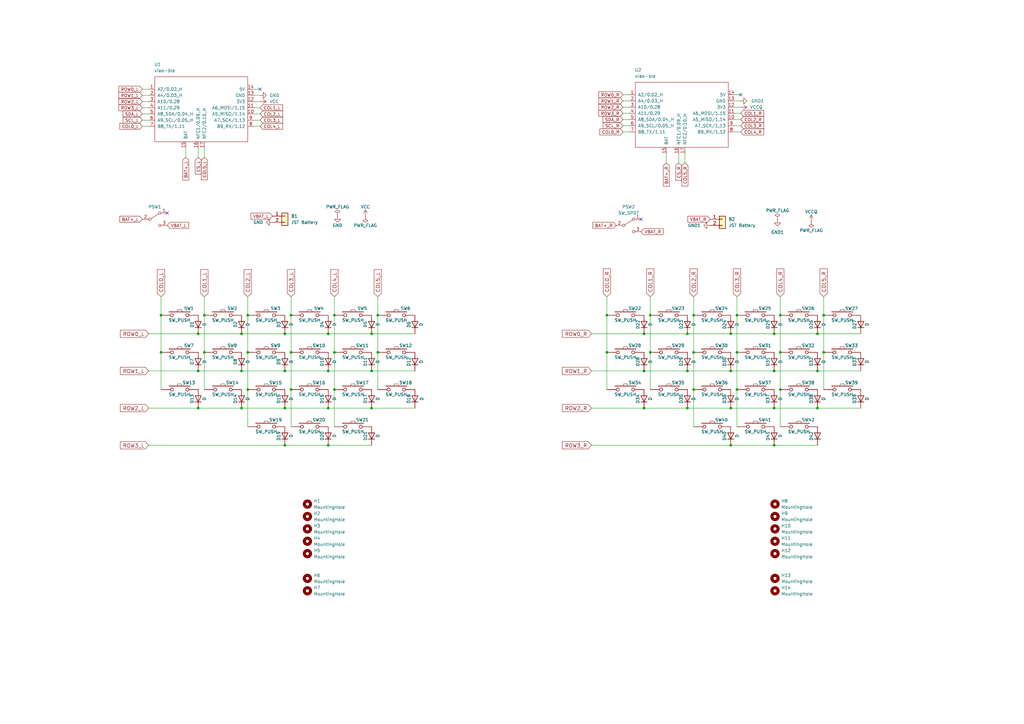
<source format=kicad_sch>
(kicad_sch (version 20231120) (generator "eeschema") (generator_version "8.0")
  (paper "A3")
  (title_block (title "Corne Xiao") (date "2024-09-09") (rev "1.1") (company "Author : Friction"))
  (lib_symbols
    (symbol "Connector_Generic:Conn_01x02" (pin_names (offset 1.016) hide)
      (property "Reference" "J" (at 0 2.54 0))
      (property "Value" "Conn_01x02" (at 0 -5.08 0))
      (symbol "Conn_01x02_1_1"
        (rectangle (start -1.27 -2.413) (end 0 -2.667) (stroke (width 0.1524)))
        (rectangle (start -1.27 0.127) (end 0 -0.127) (stroke (width 0.1524)))
        (rectangle (start -1.27 1.27) (end 1.27 -3.81) (stroke (width 0.254)) (fill (type background)))
        (pin passive line (at -5.08 0 0) (length 3.81) (name "Pin_1") (number "1"))
        (pin passive line (at -5.08 -2.54 0) (length 3.81) (name "Pin_2") (number "2"))
      )
    )
    (symbol "Device:D" (pin_numbers hide) (pin_names (offset 1.016) hide)
      (property "Reference" "D" (at 0 2.54 0))
      (property "Value" "D" (at 0 -2.54 0))
      (symbol "D_0_1"
        (polyline (pts (xy -1.27 1.27) (xy -1.27 -1.27)) (stroke (width 0.254)))
        (polyline (pts (xy 1.27 0) (xy -1.27 0)))
        (polyline (pts (xy 1.27 1.27) (xy 1.27 -1.27) (xy -1.27 0) (xy 1.27 1.27)) (stroke (width 0.254)))
      )
      (symbol "D_1_1"
        (pin passive line (at -3.81 0 0) (length 2.54) (name "K") (number "1"))
        (pin passive line (at 3.81 0 180) (length 2.54) (name "A") (number "2"))
      )
    )
    (symbol "Mechanical:MountingHole" (pin_names (offset 1.016))
      (property "Reference" "H" (at 0 5.08 0))
      (property "Value" "MountingHole" (at 0 3.175 0))
      (symbol "MountingHole_0_1"
        (circle (center 0 0) (radius 1.27) (stroke (width 1.27)))
      )
    )
    (symbol "Switch:SW_SPDT" (pin_names (offset 0) hide)
      (property "Reference" "SW" (at 0 4.318 0))
      (property "Value" "SW_SPDT" (at 0 -5.08 0))
      (symbol "SW_SPDT_0_0"
        (circle (center -2.032 0) (radius 0.508))
        (circle (center 2.032 -2.54) (radius 0.508))
      )
      (symbol "SW_SPDT_0_1"
        (polyline (pts (xy -1.524 0.254) (xy 1.651 2.286)))
        (circle (center 2.032 2.54) (radius 0.508))
      )
      (symbol "SW_SPDT_1_1"
        (pin passive line (at 5.08 2.54 180) (length 2.54) (name "A") (number "1"))
        (pin passive line (at -5.08 0 0) (length 2.54) (name "B") (number "2"))
        (pin passive line (at 5.08 -2.54 180) (length 2.54) (name "C") (number "3"))
      )
    )
    (symbol "VCC_1" (power) (pin_names (offset 0))
      (property "Value" "VCC_1" (at 0 3.81 0))
      (symbol "VCC_1_0_1"
        (polyline (pts (xy -0.762 1.27) (xy 0 2.54)))
        (polyline (pts (xy 0 0) (xy 0 2.54)))
        (polyline (pts (xy 0 2.54) (xy 0.762 1.27)))
      )
      (symbol "VCC_1_1_1"
        (pin power_in line (at 0 0 90) (length 0) hide (name "VCC") (number "1"))
      )
    )
    (symbol "kbd:SW_PUSH" (pin_numbers hide) (pin_names (offset 1.016) hide)
      (property "Reference" "SW" (at 3.81 2.794 0))
      (property "Value" "SW_PUSH" (at 0 -2.032 0))
      (symbol "SW_PUSH_0_1"
        (rectangle (start -4.318 1.27) (end 4.318 1.524))
        (polyline (pts (xy -1.016 1.524) (xy -0.762 2.286) (xy 0.762 2.286) (xy 1.016 1.524)))
        (pin passive inverted (at -7.62 0 0) (length 5.08) (name "1") (number "1"))
        (pin passive inverted (at 7.62 0 180) (length 5.08) (name "2") (number "2"))
      )
    )
    (symbol "mcu:xiao-ble" (pin_names (offset 1.016))
      (property "Reference" "U2" (at -19.304 17.78 0))
      (property "Value" "xiao-ble" (at -19.304 15.24 0))
      (symbol "xiao-ble_0_1"
        (rectangle (start -19.05 12.7) (end 19.05 -13.97))
      )
      (symbol "xiao-ble_1_1"
        (pin bidirectional line (at -21.59 7.62 0) (length 2.54) (name "A2/0.02_H") (number "1"))
        (pin bidirectional line (at 21.59 -2.54 180) (length 2.54) (name "A5_MISO/1.14") (number "10"))
        (pin bidirectional line (at 21.59 0 180) (length 2.54) (name "A6_MOSI/1.15") (number "11"))
        (pin power_out line (at 21.59 2.54 180) (length 2.54) (name "3V3") (number "12"))
        (pin power_out line (at 21.59 5.08 180) (length 2.54) (name "GND") (number "13"))
        (pin power_out line (at 21.59 7.62 180) (length 2.54) (name "5V") (number "14"))
        (pin bidirectional line (at -6.35 -16.51 90) (length 2.54) (name "BAT") (number "15"))
        (pin bidirectional line (at -1.27 -16.51 90) (length 2.54) (name "NFC1/0.09_H") (number "16"))
        (pin bidirectional line (at 1.27 -16.51 90) (length 2.54) (name "NFC2/0.10_H") (number "17"))
        (pin bidirectional line (at -21.59 5.08 0) (length 2.54) (name "A4/0.03_H") (number "2"))
        (pin bidirectional line (at -21.59 2.54 0) (length 2.54) (name "A10/0.28") (number "3"))
        (pin bidirectional line (at -21.59 0 0) (length 2.54) (name "A11/0.29") (number "4"))
        (pin bidirectional line (at -21.59 -2.54 0) (length 2.54) (name "A8_SDA/0.04_H") (number "5"))
        (pin bidirectional line (at -21.59 -5.08 0) (length 2.54) (name "A9_SCL/0.05_H") (number "6"))
        (pin bidirectional line (at -21.59 -7.62 0) (length 2.54) (name "B8_TX/1.11") (number "7"))
        (pin bidirectional line (at 21.59 -7.62 180) (length 2.54) (name "B9_RX/1.12") (number "8"))
        (pin bidirectional line (at 21.59 -5.08 180) (length 2.54) (name "A7_SCK/1.13") (number "9"))
      )
    )
    (symbol "power:GND" (power) (pin_names (offset 0))
      (property "Value" "GND" (at 0 -3.81 0))
      (symbol "GND_0_1"
        (polyline (pts (xy 0 0) (xy 0 -1.27) (xy 1.27 -1.27) (xy 0 -2.54) (xy -1.27 -1.27) (xy 0 -1.27)))
      )
      (symbol "GND_1_1"
        (pin power_in line (at 0 0 270) (length 0) hide (name "GND") (number "1"))
      )
    )
    (symbol "power:GND1" (power) (pin_names (offset 0))
      (property "Value" "GND1" (at 0 -3.81 0))
      (symbol "GND1_0_1"
        (polyline (pts (xy 0 0) (xy 0 -1.27) (xy 1.27 -1.27) (xy 0 -2.54) (xy -1.27 -1.27) (xy 0 -1.27)))
      )
      (symbol "GND1_1_1"
        (pin power_in line (at 0 0 270) (length 0) hide (name "GND1") (number "1"))
      )
    )
    (symbol "power:PWR_FLAG" (power) (pin_numbers hide) (pin_names (offset 0) hide)
      (property "Value" "PWR_FLAG" (at 0 3.81 0))
      (symbol "PWR_FLAG_0_0"
        (pin power_out line (at 0 0 90) (length 0) (name "pwr") (number "1"))
      )
      (symbol "PWR_FLAG_0_1"
        (polyline (pts (xy 0 0) (xy 0 1.27) (xy -1.016 1.905) (xy 0 2.54) (xy 1.016 1.905) (xy 0 1.27)))
      )
    )
    (symbol "power:VCC" (power) (pin_names (offset 0))
      (property "Value" "VCC" (at 0 3.81 0))
      (symbol "VCC_0_1"
        (polyline (pts (xy -0.762 1.27) (xy 0 2.54)))
        (polyline (pts (xy 0 0) (xy 0 2.54)))
        (polyline (pts (xy 0 2.54) (xy 0.762 1.27)))
      )
      (symbol "VCC_1_1"
        (pin power_in line (at 0 0 90) (length 0) hide (name "VCC") (number "1"))
      )
    )
    (symbol "power:VCCQ" (power) (pin_names (offset 0))
      (property "Value" "VCCQ" (at 0 3.81 0))
      (symbol "VCCQ_0_1"
        (polyline (pts (xy -0.762 1.27) (xy 0 2.54)))
        (polyline (pts (xy 0 0) (xy 0 2.54)))
        (polyline (pts (xy 0 2.54) (xy 0.762 1.27)))
      )
      (symbol "VCCQ_1_1"
        (pin power_in line (at 0 0 90) (length 0) hide (name "VCCQ") (number "1"))
      )
    )
    (symbol "xiao-ble_1" (pin_names (offset 1.016))
      (property "Reference" "U1" (at -19.304 17.78 0))
      (property "Value" "xiao-ble" (at -19.304 15.24 0))
      (symbol "xiao-ble_1_0_1"
        (rectangle (start -19.05 12.7) (end 19.05 -13.97))
      )
      (symbol "xiao-ble_1_1_1"
        (pin bidirectional line (at -21.59 7.62 0) (length 2.54) (name "A2/0.02_H") (number "1"))
        (pin bidirectional line (at 21.59 -2.54 180) (length 2.54) (name "A5_MISO/1.14") (number "10"))
        (pin bidirectional line (at 21.59 0 180) (length 2.54) (name "A6_MOSI/1.15") (number "11"))
        (pin power_out line (at 21.59 2.54 180) (length 2.54) (name "3V3") (number "12"))
        (pin power_out line (at 21.59 5.08 180) (length 2.54) (name "GND") (number "13"))
        (pin power_out line (at 21.59 7.62 180) (length 2.54) (name "5V") (number "14"))
        (pin bidirectional line (at -6.35 -16.51 90) (length 2.54) (name "BAT") (number "15"))
        (pin bidirectional line (at -1.27 -16.51 90) (length 2.54) (name "NFC1/0.09_H") (number "16"))
        (pin bidirectional line (at 1.27 -16.51 90) (length 2.54) (name "NFC2/0.10_H") (number "17"))
        (pin bidirectional line (at -21.59 5.08 0) (length 2.54) (name "A4/0.03_H") (number "2"))
        (pin bidirectional line (at -21.59 2.54 0) (length 2.54) (name "A10/0.28") (number "3"))
        (pin bidirectional line (at -21.59 0 0) (length 2.54) (name "A11/0.29") (number "4"))
        (pin bidirectional line (at -21.59 -2.54 0) (length 2.54) (name "A8_SDA/0.04_H") (number "5"))
        (pin bidirectional line (at -21.59 -5.08 0) (length 2.54) (name "A9_SCL/0.05_H") (number "6"))
        (pin bidirectional line (at -21.59 -7.62 0) (length 2.54) (name "B8_TX/1.11") (number "7"))
        (pin bidirectional line (at 21.59 -7.62 180) (length 2.54) (name "B9_RX/1.12") (number "8"))
        (pin bidirectional line (at 21.59 -5.08 180) (length 2.54) (name "A7_SCK/1.13") (number "9"))
      )
    )
  )
  (junction (at 116.84 136.906))
  (junction (at 101.6 144.526))
  (junction (at 317.5 152.146))
  (junction (at 134.62 167.386))
  (junction (at 284.48 159.766))
  (junction (at 299.72 167.386))
  (junction (at 264.16 167.386))
  (junction (at 137.16 159.766))
  (junction (at 264.16 136.906))
  (junction (at 335.28 152.146))
  (junction (at 152.4 152.146))
  (junction (at 152.4 136.906))
  (junction (at 284.48 144.526))
  (junction (at 248.92 129.286))
  (junction (at 266.7 144.526))
  (junction (at 116.84 167.386))
  (junction (at 152.4 167.386))
  (junction (at 335.28 136.906))
  (junction (at 83.82 144.526))
  (junction (at 302.26 129.286))
  (junction (at 281.94 167.386))
  (junction (at 134.62 136.906))
  (junction (at 248.92 144.526))
  (junction (at 154.94 129.286))
  (junction (at 81.28 167.386))
  (junction (at 317.5 167.386))
  (junction (at 302.26 159.766))
  (junction (at 266.7 129.286))
  (junction (at 116.84 182.626))
  (junction (at 299.72 182.626))
  (junction (at 134.62 152.146))
  (junction (at 320.04 159.766))
  (junction (at 119.38 144.526))
  (junction (at 119.38 129.286))
  (junction (at 81.28 152.146))
  (junction (at 317.5 182.626))
  (junction (at 81.28 136.906))
  (junction (at 281.94 136.906))
  (junction (at 119.38 159.766))
  (junction (at 137.16 129.286))
  (junction (at 281.94 152.146))
  (junction (at 320.04 144.526))
  (junction (at 154.94 144.526))
  (junction (at 83.82 129.286))
  (junction (at 101.6 129.286))
  (junction (at 66.04 144.526))
  (junction (at 134.62 182.626))
  (junction (at 99.06 152.146))
  (junction (at 299.72 152.146))
  (junction (at 299.72 136.906))
  (junction (at 337.82 129.286))
  (junction (at 335.28 167.386))
  (junction (at 320.04 129.286))
  (junction (at 66.04 129.286))
  (junction (at 264.16 152.146))
  (junction (at 116.84 152.146))
  (junction (at 302.26 144.526))
  (junction (at 284.48 129.286))
  (junction (at 137.16 144.526))
  (junction (at 99.06 167.386))
  (junction (at 99.06 136.906))
  (junction (at 101.6 159.766))
  (junction (at 317.5 136.906))
  (junction (at 337.82 144.526))
  (no_connect (at 106.68 36.576))
  (no_connect (at 68.58 87.376))
  (no_connect (at 303.784 38.862))
  (no_connect (at 262.89 89.916))
  (wire (pts (xy 266.7 144.526) (xy 266.7 159.766)))
  (wire (pts (xy 66.04 121.666) (xy 66.04 129.286)))
  (wire (pts (xy 248.92 121.666) (xy 248.92 129.286)))
  (wire (pts (xy 81.28 136.906) (xy 99.06 136.906)))
  (wire (pts (xy 152.4 152.146) (xy 170.18 152.146)))
  (wire (pts (xy 301.244 43.942) (xy 303.784 43.942)))
  (wire (pts (xy 66.04 129.286) (xy 66.04 144.526)))
  (wire (pts (xy 264.16 167.386) (xy 281.94 167.386)))
  (wire (pts (xy 119.38 159.766) (xy 119.38 175.006)))
  (wire (pts (xy 137.16 129.286) (xy 137.16 144.526)))
  (wire (pts (xy 264.16 152.146) (xy 281.94 152.146)))
  (wire (pts (xy 301.244 51.562) (xy 303.784 51.562)))
  (wire (pts (xy 335.28 152.146) (xy 353.06 152.146)))
  (wire (pts (xy 134.62 182.626) (xy 152.4 182.626)))
  (wire (pts (xy 99.06 167.386) (xy 116.84 167.386)))
  (wire (pts (xy 81.28 167.386) (xy 99.06 167.386)))
  (wire (pts (xy 317.5 182.626) (xy 335.28 182.626)))
  (wire (pts (xy 320.04 159.766) (xy 320.04 175.006)))
  (wire (pts (xy 83.82 60.706) (xy 83.82 64.516)))
  (wire (pts (xy 101.6 159.766) (xy 101.6 175.006)))
  (wire (pts (xy 280.924 62.992) (xy 280.924 66.802)))
  (wire (pts (xy 284.48 121.666) (xy 284.48 129.286)))
  (wire (pts (xy 335.28 136.906) (xy 353.06 136.906)))
  (wire (pts (xy 101.6 129.286) (xy 101.6 144.526)))
  (wire (pts (xy 60.96 136.906) (xy 81.28 136.906)))
  (wire (pts (xy 152.4 167.386) (xy 170.18 167.386)))
  (wire (pts (xy 99.06 152.146) (xy 116.84 152.146)))
  (wire (pts (xy 154.94 144.526) (xy 154.94 159.766)))
  (wire (pts (xy 255.524 51.562) (xy 258.064 51.562)))
  (wire (pts (xy 301.244 54.102) (xy 303.784 54.102)))
  (wire (pts (xy 76.2 60.706) (xy 76.2 64.516)))
  (wire (pts (xy 81.28 60.706) (xy 81.28 64.516)))
  (wire (pts (xy 242.57 152.146) (xy 264.16 152.146)))
  (wire (pts (xy 255.524 54.102) (xy 258.064 54.102)))
  (wire (pts (xy 58.42 49.276) (xy 60.96 49.276)))
  (wire (pts (xy 299.72 136.906) (xy 317.5 136.906)))
  (wire (pts (xy 66.04 144.526) (xy 66.04 159.766)))
  (wire (pts (xy 317.5 167.386) (xy 335.28 167.386)))
  (wire (pts (xy 242.57 136.906) (xy 264.16 136.906)))
  (wire (pts (xy 119.38 121.666) (xy 119.38 129.286)))
  (wire (pts (xy 255.524 49.022) (xy 258.064 49.022)))
  (wire (pts (xy 320.04 129.286) (xy 320.04 144.526)))
  (wire (pts (xy 60.96 182.626) (xy 116.84 182.626)))
  (wire (pts (xy 83.82 144.526) (xy 83.82 159.766)))
  (wire (pts (xy 99.06 136.906) (xy 116.84 136.906)))
  (wire (pts (xy 134.62 136.906) (xy 152.4 136.906)))
  (wire (pts (xy 302.26 121.666) (xy 302.26 129.286)))
  (wire (pts (xy 248.92 129.286) (xy 248.92 144.526)))
  (wire (pts (xy 284.48 144.526) (xy 284.48 159.766)))
  (wire (pts (xy 264.16 136.906) (xy 281.94 136.906)))
  (wire (pts (xy 266.7 121.666) (xy 266.7 129.286)))
  (wire (pts (xy 284.48 159.766) (xy 284.48 175.006)))
  (wire (pts (xy 104.14 49.276) (xy 106.68 49.276)))
  (wire (pts (xy 104.14 41.656) (xy 106.68 41.656)))
  (wire (pts (xy 116.84 182.626) (xy 134.62 182.626)))
  (wire (pts (xy 58.42 36.576) (xy 60.96 36.576)))
  (wire (pts (xy 58.42 44.196) (xy 60.96 44.196)))
  (wire (pts (xy 104.14 39.116) (xy 106.68 39.116)))
  (wire (pts (xy 281.94 167.386) (xy 299.72 167.386)))
  (wire (pts (xy 152.4 136.906) (xy 170.18 136.906)))
  (wire (pts (xy 58.42 51.816) (xy 60.96 51.816)))
  (wire (pts (xy 255.524 43.942) (xy 258.064 43.942)))
  (wire (pts (xy 119.38 129.286) (xy 119.38 144.526)))
  (wire (pts (xy 317.5 152.146) (xy 335.28 152.146)))
  (wire (pts (xy 104.14 36.576) (xy 106.68 36.576)))
  (wire (pts (xy 81.28 152.146) (xy 99.06 152.146)))
  (wire (pts (xy 255.524 41.402) (xy 258.064 41.402)))
  (wire (pts (xy 58.42 41.656) (xy 60.96 41.656)))
  (wire (pts (xy 266.7 129.286) (xy 266.7 144.526)))
  (wire (pts (xy 58.42 39.116) (xy 60.96 39.116)))
  (wire (pts (xy 104.14 46.736) (xy 106.68 46.736)))
  (wire (pts (xy 104.14 51.816) (xy 106.68 51.816)))
  (wire (pts (xy 302.26 159.766) (xy 302.26 175.006)))
  (wire (pts (xy 83.82 129.286) (xy 83.82 144.526)))
  (wire (pts (xy 317.5 136.906) (xy 335.28 136.906)))
  (wire (pts (xy 255.524 38.862) (xy 258.064 38.862)))
  (wire (pts (xy 83.82 121.666) (xy 83.82 129.286)))
  (wire (pts (xy 337.82 121.666) (xy 337.82 129.286)))
  (wire (pts (xy 299.72 182.626) (xy 317.5 182.626)))
  (wire (pts (xy 299.72 152.146) (xy 317.5 152.146)))
  (wire (pts (xy 101.6 144.526) (xy 101.6 159.766)))
  (wire (pts (xy 255.524 46.482) (xy 258.064 46.482)))
  (wire (pts (xy 116.84 136.906) (xy 134.62 136.906)))
  (wire (pts (xy 302.26 144.526) (xy 302.26 159.766)))
  (wire (pts (xy 337.82 144.526) (xy 337.82 159.766)))
  (wire (pts (xy 302.26 129.286) (xy 302.26 144.526)))
  (wire (pts (xy 301.244 46.482) (xy 303.784 46.482)))
  (wire (pts (xy 119.38 144.526) (xy 119.38 159.766)))
  (wire (pts (xy 301.244 41.402) (xy 303.784 41.402)))
  (wire (pts (xy 281.94 152.146) (xy 299.72 152.146)))
  (wire (pts (xy 299.72 167.386) (xy 317.5 167.386)))
  (wire (pts (xy 137.16 121.666) (xy 137.16 129.286)))
  (wire (pts (xy 60.96 167.386) (xy 81.28 167.386)))
  (wire (pts (xy 337.82 129.286) (xy 337.82 144.526)))
  (wire (pts (xy 242.57 167.386) (xy 264.16 167.386)))
  (wire (pts (xy 134.62 167.386) (xy 152.4 167.386)))
  (wire (pts (xy 58.42 46.736) (xy 60.96 46.736)))
  (wire (pts (xy 320.04 144.526) (xy 320.04 159.766)))
  (wire (pts (xy 116.84 167.386) (xy 134.62 167.386)))
  (wire (pts (xy 335.28 167.386) (xy 353.06 167.386)))
  (wire (pts (xy 60.96 152.146) (xy 81.28 152.146)))
  (wire (pts (xy 320.04 121.666) (xy 320.04 129.286)))
  (wire (pts (xy 101.6 121.666) (xy 101.6 129.286)))
  (wire (pts (xy 104.14 44.196) (xy 106.68 44.196)))
  (wire (pts (xy 242.57 182.626) (xy 299.72 182.626)))
  (wire (pts (xy 154.94 129.286) (xy 154.94 144.526)))
  (wire (pts (xy 273.304 62.992) (xy 273.304 66.802)))
  (wire (pts (xy 278.384 62.992) (xy 278.384 66.802)))
  (wire (pts (xy 303.784 38.862) (xy 301.244 38.862)))
  (wire (pts (xy 137.16 144.526) (xy 137.16 159.766)))
  (wire (pts (xy 284.48 129.286) (xy 284.48 144.526)))
  (wire (pts (xy 301.244 49.022) (xy 303.784 49.022)))
  (wire (pts (xy 116.84 152.146) (xy 134.62 152.146)))
  (wire (pts (xy 248.92 144.526) (xy 248.92 159.766)))
  (wire (pts (xy 134.62 152.146) (xy 152.4 152.146)))
  (wire (pts (xy 137.16 159.766) (xy 137.16 175.006)))
  (wire (pts (xy 281.94 136.906) (xy 299.72 136.906)))
  (wire (pts (xy 154.94 121.666) (xy 154.94 129.286)))
  (global_label "ROW3_R" (shape input) (at 242.57 182.626 180) (effects (font (size 1.524 1.524))) (property "Intersheetrefs" "${INTERSHEET_REFS}" (effects (hide yes))))
  (global_label "SDA_L" (shape input) (at 58.42 46.736 180) (property "Intersheetrefs" "${INTERSHEET_REFS}" (effects (hide yes))))
  (global_label "SCL_R" (shape input) (at 255.524 51.562 180) (property "Intersheetrefs" "${INTERSHEET_REFS}" (effects (hide yes))))
  (global_label "COL0_L" (shape input) (at 66.04 121.666 90) (effects (font (size 1.524 1.524))) (property "Intersheetrefs" "${INTERSHEET_REFS}" (effects (hide yes))))
  (global_label "VBAT_L" (shape input) (at 111.76 88.646 180) (property "Intersheetrefs" "${INTERSHEET_REFS}" (effects (hide yes))))
  (global_label "COL1_L" (shape input) (at 83.82 121.666 90) (effects (font (size 1.524 1.524))) (property "Intersheetrefs" "${INTERSHEET_REFS}" (effects (hide yes))))
  (global_label "ROW3_R" (shape input) (at 255.524 46.482 180) (property "Intersheetrefs" "${INTERSHEET_REFS}" (effects (hide yes))))
  (global_label "ROW0_L" (shape input) (at 60.96 136.906 180) (effects (font (size 1.524 1.524))) (property "Intersheetrefs" "${INTERSHEET_REFS}" (effects (hide yes))))
  (global_label "ROW1_R" (shape input) (at 242.57 152.146 180) (effects (font (size 1.524 1.524))) (property "Intersheetrefs" "${INTERSHEET_REFS}" (effects (hide yes))))
  (global_label "BAT+_L" (shape input) (at 58.42 89.916 180) (property "Intersheetrefs" "${INTERSHEET_REFS}" (effects (hide yes))))
  (global_label "ROW2_L" (shape input) (at 60.96 167.386 180) (effects (font (size 1.524 1.524))) (property "Intersheetrefs" "${INTERSHEET_REFS}" (effects (hide yes))))
  (global_label "ROW1_R" (shape input) (at 255.524 41.402 180) (property "Intersheetrefs" "${INTERSHEET_REFS}" (effects (hide yes))))
  (global_label "ROW1_L" (shape input) (at 58.42 39.116 180) (property "Intersheetrefs" "${INTERSHEET_REFS}" (effects (hide yes))))
  (global_label "COL4_R" (shape input) (at 303.784 54.102 0) (property "Intersheetrefs" "${INTERSHEET_REFS}" (effects (hide yes))))
  (global_label "VBAT_R" (shape input) (at 262.89 94.996 0) (property "Intersheetrefs" "${INTERSHEET_REFS}" (effects (hide yes))))
  (global_label "ROW1_L" (shape input) (at 60.96 152.146 180) (effects (font (size 1.524 1.524))) (property "Intersheetrefs" "${INTERSHEET_REFS}" (effects (hide yes))))
  (global_label "ROW2_L" (shape input) (at 58.42 41.656 180) (property "Intersheetrefs" "${INTERSHEET_REFS}" (effects (hide yes))))
  (global_label "COL2_L" (shape input) (at 101.6 121.666 90) (effects (font (size 1.524 1.524))) (property "Intersheetrefs" "${INTERSHEET_REFS}" (effects (hide yes))))
  (global_label "COL4_L" (shape input) (at 106.68 51.816 0) (property "Intersheetrefs" "${INTERSHEET_REFS}" (effects (hide yes))))
  (global_label "ROW0_R" (shape input) (at 255.524 38.862 180) (property "Intersheetrefs" "${INTERSHEET_REFS}" (effects (hide yes))))
  (global_label "COL0_R" (shape input) (at 248.92 121.666 90) (effects (font (size 1.524 1.524))) (property "Intersheetrefs" "${INTERSHEET_REFS}" (effects (hide yes))))
  (global_label "ROW0_R" (shape input) (at 242.57 136.906 180) (effects (font (size 1.524 1.524))) (property "Intersheetrefs" "${INTERSHEET_REFS}" (effects (hide yes))))
  (global_label "COL3_L" (shape input) (at 106.68 49.276 0) (property "Intersheetrefs" "${INTERSHEET_REFS}" (effects (hide yes))))
  (global_label "COL5_L" (shape input) (at 83.82 64.516 270) (property "Intersheetrefs" "${INTERSHEET_REFS}" (effects (hide yes))))
  (global_label "BAT+_R" (shape input) (at 273.304 66.802 270) (property "Intersheetrefs" "${INTERSHEET_REFS}" (effects (hide yes))))
  (global_label "COL2_L" (shape input) (at 106.68 46.736 0) (property "Intersheetrefs" "${INTERSHEET_REFS}" (effects (hide yes))))
  (global_label "COL2_R" (shape input) (at 303.784 49.022 0) (property "Intersheetrefs" "${INTERSHEET_REFS}" (effects (hide yes))))
  (global_label "COL5_R" (shape input) (at 337.82 121.666 90) (effects (font (size 1.524 1.524))) (property "Intersheetrefs" "${INTERSHEET_REFS}" (effects (hide yes))))
  (global_label "COL5_L" (shape input) (at 154.94 121.666 90) (effects (font (size 1.524 1.524))) (property "Intersheetrefs" "${INTERSHEET_REFS}" (effects (hide yes))))
  (global_label "ROW3_L" (shape input) (at 58.42 44.196 180) (property "Intersheetrefs" "${INTERSHEET_REFS}" (effects (hide yes))))
  (global_label "BAT+_L" (shape input) (at 76.2 64.516 270) (property "Intersheetrefs" "${INTERSHEET_REFS}" (effects (hide yes))))
  (global_label "VBAT_R" (shape input) (at 291.1911 89.916 180) (property "Intersheetrefs" "${INTERSHEET_REFS}" (effects (hide yes))))
  (global_label "ROW3_L" (shape input) (at 60.96 182.626 180) (effects (font (size 1.524 1.524))) (property "Intersheetrefs" "${INTERSHEET_REFS}" (effects (hide yes))))
  (global_label "COL4_L" (shape input) (at 137.16 121.666 90) (effects (font (size 1.524 1.524))) (property "Intersheetrefs" "${INTERSHEET_REFS}" (effects (hide yes))))
  (global_label "COL4_R" (shape input) (at 320.04 121.666 90) (effects (font (size 1.524 1.524))) (property "Intersheetrefs" "${INTERSHEET_REFS}" (effects (hide yes))))
  (global_label "ROW0_L" (shape input) (at 58.42 36.576 180) (property "Intersheetrefs" "${INTERSHEET_REFS}" (effects (hide yes))))
  (global_label "COL1_R" (shape input) (at 266.7 121.666 90) (effects (font (size 1.524 1.524))) (property "Intersheetrefs" "${INTERSHEET_REFS}" (effects (hide yes))))
  (global_label "CS_L" (shape input) (at 81.28 64.516 270) (property "Intersheetrefs" "${INTERSHEET_REFS}" (effects (hide yes))))
  (global_label "CS_R" (shape input) (at 278.384 66.802 270) (property "Intersheetrefs" "${INTERSHEET_REFS}" (effects (hide yes))))
  (global_label "COL3_R" (shape input) (at 303.784 51.562 0) (property "Intersheetrefs" "${INTERSHEET_REFS}" (effects (hide yes))))
  (global_label "ROW2_R" (shape input) (at 242.57 167.386 180) (effects (font (size 1.524 1.524))) (property "Intersheetrefs" "${INTERSHEET_REFS}" (effects (hide yes))))
  (global_label "SCL_L" (shape input) (at 58.42 49.276 180) (property "Intersheetrefs" "${INTERSHEET_REFS}" (effects (hide yes))))
  (global_label "SDA_R" (shape input) (at 255.524 49.022 180) (property "Intersheetrefs" "${INTERSHEET_REFS}" (effects (hide yes))))
  (global_label "COL1_L" (shape input) (at 106.68 44.196 0) (property "Intersheetrefs" "${INTERSHEET_REFS}" (effects (hide yes))))
  (global_label "COL2_R" (shape input) (at 284.48 121.666 90) (effects (font (size 1.524 1.524))) (property "Intersheetrefs" "${INTERSHEET_REFS}" (effects (hide yes))))
  (global_label "COL3_R" (shape input) (at 302.26 121.666 90) (effects (font (size 1.524 1.524))) (property "Intersheetrefs" "${INTERSHEET_REFS}" (effects (hide yes))))
  (global_label "VBAT_L" (shape input) (at 68.58 92.456 0) (property "Intersheetrefs" "${INTERSHEET_REFS}" (effects (hide yes))))
  (global_label "COL1_R" (shape input) (at 303.784 46.482 0) (property "Intersheetrefs" "${INTERSHEET_REFS}" (effects (hide yes))))
  (global_label "ROW2_R" (shape input) (at 255.524 43.942 180) (property "Intersheetrefs" "${INTERSHEET_REFS}" (effects (hide yes))))
  (global_label "COL0_L" (shape input) (at 58.42 51.816 180) (property "Intersheetrefs" "${INTERSHEET_REFS}" (effects (hide yes))))
  (global_label "BAT+_R" (shape input) (at 252.73 92.456 180) (property "Intersheetrefs" "${INTERSHEET_REFS}" (effects (hide yes))))
  (global_label "COL0_R" (shape input) (at 255.524 54.102 180) (property "Intersheetrefs" "${INTERSHEET_REFS}" (effects (hide yes))))
  (global_label "COL5_R" (shape input) (at 280.924 66.802 270) (property "Intersheetrefs" "${INTERSHEET_REFS}" (effects (hide yes))))
  (global_label "COL3_L" (shape input) (at 119.38 121.666 90) (effects (font (size 1.524 1.524))) (property "Intersheetrefs" "${INTERSHEET_REFS}" (effects (hide yes))))
  (symbol (lib_id "kbd:SW_PUSH") (at 91.44 129.286 0) (unit 1)
    (property "Reference" "SW2" (at 95.25 126.492 0))
    (property "Value" "SW_PUSH" (at 91.44 131.318 0))
    (property "Footprint" "keeb_switches:CPG1316S01D02_mikeholscher" (effects (hide yes)))
  )
  (symbol (lib_id "Device:D") (at 99.06 133.096 90) (unit 1)
    (property "Reference" "D2" (at 96.52 133.096 0))
    (property "Value" "D" (at 101.6 133.096 0))
    (property "Footprint" "kbd:D3_SMD_v2" (effects (hide yes)))
  )
  (symbol (lib_id "kbd:SW_PUSH") (at 109.22 129.286 0) (unit 1)
    (property "Reference" "SW3" (at 113.03 126.492 0))
    (property "Value" "SW_PUSH" (at 109.22 131.318 0))
    (property "Footprint" "keeb_switches:CPG1316S01D02_mikeholscher" (effects (hide yes)))
  )
  (symbol (lib_id "Device:D") (at 116.84 133.096 90) (unit 1)
    (property "Reference" "D3" (at 114.3 133.096 0))
    (property "Value" "D" (at 119.38 133.096 0))
    (property "Footprint" "kbd:D3_SMD_v2" (effects (hide yes)))
  )
  (symbol (lib_id "kbd:SW_PUSH") (at 127 129.286 0) (unit 1)
    (property "Reference" "SW4" (at 130.81 126.492 0))
    (property "Value" "SW_PUSH" (at 127 131.318 0))
    (property "Footprint" "keeb_switches:CPG1316S01D02_mikeholscher" (effects (hide yes)))
  )
  (symbol (lib_id "kbd:SW_PUSH") (at 144.78 129.286 0) (unit 1)
    (property "Reference" "SW5" (at 148.59 126.492 0))
    (property "Value" "SW_PUSH" (at 144.78 131.318 0))
    (property "Footprint" "keeb_switches:CPG1316S01D02_mikeholscher" (effects (hide yes)))
  )
  (symbol (lib_id "kbd:SW_PUSH") (at 162.56 129.286 0) (unit 1)
    (property "Reference" "SW6" (at 166.37 126.492 0))
    (property "Value" "SW_PUSH" (at 162.56 131.318 0))
    (property "Footprint" "keeb_switches:CPG1316S01D02_mikeholscher" (effects (hide yes)))
  )
  (symbol (lib_id "Device:D") (at 134.62 133.096 90) (unit 1)
    (property "Reference" "D4" (at 132.08 133.096 0))
    (property "Value" "D" (at 137.16 133.096 0))
    (property "Footprint" "kbd:D3_SMD_v2" (effects (hide yes)))
  )
  (symbol (lib_id "Device:D") (at 152.4 133.096 90) (unit 1)
    (property "Reference" "D5" (at 149.86 133.096 0))
    (property "Value" "D" (at 154.94 133.096 0))
    (property "Footprint" "kbd:D3_SMD_v2" (effects (hide yes)))
  )
  (symbol (lib_id "Device:D") (at 170.18 133.096 90) (unit 1)
    (property "Reference" "D6" (at 167.64 133.096 0))
    (property "Value" "D" (at 172.72 133.096 0))
    (property "Footprint" "kbd:D3_SMD_v2" (effects (hide yes)))
  )
  (symbol (lib_id "kbd:SW_PUSH") (at 73.66 129.286 0) (unit 1)
    (property "Reference" "SW1" (at 77.47 126.492 0))
    (property "Value" "SW_PUSH" (at 73.66 131.318 0))
    (property "Footprint" "keeb_switches:CPG1316S01D02_mikeholscher" (effects (hide yes)))
  )
  (symbol (lib_id "Device:D") (at 81.28 133.096 90) (unit 1)
    (property "Reference" "D1" (at 78.74 133.096 0))
    (property "Value" "D" (at 83.82 133.096 0))
    (property "Footprint" "kbd:D3_SMD_v2" (effects (hide yes)))
  )
  (symbol (lib_id "kbd:SW_PUSH") (at 91.44 144.526 0) (unit 1)
    (property "Reference" "SW8" (at 95.25 141.732 0))
    (property "Value" "SW_PUSH" (at 91.44 146.558 0))
    (property "Footprint" "keeb_switches:CPG1316S01D02_mikeholscher" (effects (hide yes)))
  )
  (symbol (lib_id "Device:D") (at 99.06 148.336 90) (unit 1)
    (property "Reference" "D8" (at 96.52 148.336 0))
    (property "Value" "D" (at 101.6 148.336 0))
    (property "Footprint" "kbd:D3_SMD_v2" (effects (hide yes)))
  )
  (symbol (lib_id "kbd:SW_PUSH") (at 109.22 144.526 0) (unit 1)
    (property "Reference" "SW9" (at 113.03 141.732 0))
    (property "Value" "SW_PUSH" (at 109.22 146.558 0))
    (property "Footprint" "keeb_switches:CPG1316S01D02_mikeholscher" (effects (hide yes)))
  )
  (symbol (lib_id "Device:D") (at 116.84 148.336 90) (unit 1)
    (property "Reference" "D9" (at 114.3 148.336 0))
    (property "Value" "D" (at 119.38 148.336 0))
    (property "Footprint" "kbd:D3_SMD_v2" (effects (hide yes)))
  )
  (symbol (lib_id "kbd:SW_PUSH") (at 127 144.526 0) (unit 1)
    (property "Reference" "SW10" (at 130.81 141.732 0))
    (property "Value" "SW_PUSH" (at 127 146.558 0))
    (property "Footprint" "keeb_switches:CPG1316S01D02_mikeholscher" (effects (hide yes)))
  )
  (symbol (lib_id "kbd:SW_PUSH") (at 144.78 144.526 0) (unit 1)
    (property "Reference" "SW11" (at 148.59 141.732 0))
    (property "Value" "SW_PUSH" (at 144.78 146.558 0))
    (property "Footprint" "keeb_switches:CPG1316S01D02_mikeholscher" (effects (hide yes)))
  )
  (symbol (lib_id "kbd:SW_PUSH") (at 162.56 144.526 0) (unit 1)
    (property "Reference" "SW12" (at 166.37 141.732 0))
    (property "Value" "SW_PUSH" (at 162.56 146.558 0))
    (property "Footprint" "keeb_switches:CPG1316S01D02_mikeholscher" (effects (hide yes)))
  )
  (symbol (lib_id "Device:D") (at 134.62 148.336 90) (unit 1)
    (property "Reference" "D10" (at 132.08 148.336 0))
    (property "Value" "D" (at 137.16 148.336 0))
    (property "Footprint" "kbd:D3_SMD_v2" (effects (hide yes)))
  )
  (symbol (lib_id "Device:D") (at 152.4 148.336 90) (unit 1)
    (property "Reference" "D11" (at 149.86 148.336 0))
    (property "Value" "D" (at 154.94 148.336 0))
    (property "Footprint" "kbd:D3_SMD_v2" (effects (hide yes)))
  )
  (symbol (lib_id "Device:D") (at 170.18 148.336 90) (unit 1)
    (property "Reference" "D12" (at 167.64 148.336 0))
    (property "Value" "D" (at 172.72 148.336 0))
    (property "Footprint" "kbd:D3_SMD_v2" (effects (hide yes)))
  )
  (symbol (lib_id "kbd:SW_PUSH") (at 73.66 144.526 0) (unit 1)
    (property "Reference" "SW7" (at 77.47 141.732 0))
    (property "Value" "SW_PUSH" (at 73.66 146.558 0))
    (property "Footprint" "keeb_switches:CPG1316S01D02_mikeholscher" (effects (hide yes)))
  )
  (symbol (lib_id "Device:D") (at 81.28 148.336 90) (unit 1)
    (property "Reference" "D7" (at 78.74 148.336 0))
    (property "Value" "D" (at 83.82 148.336 0))
    (property "Footprint" "kbd:D3_SMD_v2" (effects (hide yes)))
  )
  (symbol (lib_id "kbd:SW_PUSH") (at 91.44 159.766 0) (unit 1)
    (property "Reference" "SW14" (at 95.25 156.972 0))
    (property "Value" "SW_PUSH" (at 91.44 161.798 0))
    (property "Footprint" "keeb_switches:CPG1316S01D02_mikeholscher" (effects (hide yes)))
  )
  (symbol (lib_id "Device:D") (at 99.06 163.576 90) (unit 1)
    (property "Reference" "D14" (at 96.52 163.576 0))
    (property "Value" "D" (at 101.6 163.576 0))
    (property "Footprint" "kbd:D3_SMD_v2" (effects (hide yes)))
  )
  (symbol (lib_id "kbd:SW_PUSH") (at 109.22 159.766 0) (unit 1)
    (property "Reference" "SW15" (at 113.03 156.972 0))
    (property "Value" "SW_PUSH" (at 109.22 161.798 0))
    (property "Footprint" "keeb_switches:CPG1316S01D02_mikeholscher" (effects (hide yes)))
  )
  (symbol (lib_id "Device:D") (at 116.84 163.576 90) (unit 1)
    (property "Reference" "D15" (at 114.3 163.576 0))
    (property "Value" "D" (at 119.38 163.576 0))
    (property "Footprint" "kbd:D3_SMD_v2" (effects (hide yes)))
  )
  (symbol (lib_id "kbd:SW_PUSH") (at 127 159.766 0) (unit 1)
    (property "Reference" "SW16" (at 130.81 156.972 0))
    (property "Value" "SW_PUSH" (at 127 161.798 0))
    (property "Footprint" "keeb_switches:CPG1316S01D02_mikeholscher" (effects (hide yes)))
  )
  (symbol (lib_id "kbd:SW_PUSH") (at 144.78 159.766 0) (unit 1)
    (property "Reference" "SW17" (at 148.59 156.972 0))
    (property "Value" "SW_PUSH" (at 144.78 161.798 0))
    (property "Footprint" "keeb_switches:CPG1316S01D02_mikeholscher" (effects (hide yes)))
  )
  (symbol (lib_id "kbd:SW_PUSH") (at 162.56 159.766 0) (unit 1)
    (property "Reference" "SW18" (at 166.37 156.972 0))
    (property "Value" "SW_PUSH" (at 162.56 161.798 0))
    (property "Footprint" "keeb_switches:CPG1316S01D02_mikeholscher" (effects (hide yes)))
  )
  (symbol (lib_id "Device:D") (at 134.62 163.576 90) (unit 1)
    (property "Reference" "D16" (at 132.08 163.576 0))
    (property "Value" "D" (at 137.16 163.576 0))
    (property "Footprint" "kbd:D3_SMD_v2" (effects (hide yes)))
  )
  (symbol (lib_id "Device:D") (at 152.4 163.576 90) (unit 1)
    (property "Reference" "D17" (at 149.86 163.576 0))
    (property "Value" "D" (at 154.94 163.576 0))
    (property "Footprint" "kbd:D3_SMD_v2" (effects (hide yes)))
  )
  (symbol (lib_id "Device:D") (at 170.18 163.576 90) (unit 1)
    (property "Reference" "D18" (at 167.64 163.576 0))
    (property "Value" "D" (at 172.974 163.576 0))
    (property "Footprint" "kbd:D3_SMD_v2" (effects (hide yes)))
  )
  (symbol (lib_id "kbd:SW_PUSH") (at 73.66 159.766 0) (unit 1)
    (property "Reference" "SW13" (at 77.47 156.972 0))
    (property "Value" "SW_PUSH" (at 73.66 161.798 0))
    (property "Footprint" "keeb_switches:CPG1316S01D02_mikeholscher" (effects (hide yes)))
  )
  (symbol (lib_id "Device:D") (at 81.28 163.576 90) (unit 1)
    (property "Reference" "D13" (at 78.74 163.576 0))
    (property "Value" "D" (at 83.82 163.576 0))
    (property "Footprint" "kbd:D3_SMD_v2" (effects (hide yes)))
  )
  (symbol (lib_id "kbd:SW_PUSH") (at 127 175.006 0) (unit 1)
    (property "Reference" "SW20" (at 130.81 172.212 0))
    (property "Value" "SW_PUSH" (at 127 177.038 0))
    (property "Footprint" "keeb_switches:CPG1316S01D02_mikeholscher" (effects (hide yes)))
  )
  (symbol (lib_id "Device:D") (at 134.62 178.816 90) (unit 1)
    (property "Reference" "D20" (at 132.08 178.816 0))
    (property "Value" "D" (at 137.16 178.816 0))
    (property "Footprint" "kbd:D3_SMD_v2" (effects (hide yes)))
  )
  (symbol (lib_id "kbd:SW_PUSH") (at 144.78 175.006 0) (unit 1)
    (property "Reference" "SW21" (at 148.59 172.212 0))
    (property "Value" "SW_PUSH" (at 144.78 177.038 0))
    (property "Footprint" "keeb_switches:CPG1316S01D02_mikeholscher" (effects (hide yes)))
  )
  (symbol (lib_id "Device:D") (at 152.4 178.816 90) (unit 1)
    (property "Reference" "D21" (at 149.86 178.816 0))
    (property "Value" "D" (at 154.94 178.816 0))
    (property "Footprint" "kbd:D3_SMD_v2" (effects (hide yes)))
  )
  (symbol (lib_id "kbd:SW_PUSH") (at 109.22 175.006 0) (unit 1)
    (property "Reference" "SW19" (at 113.03 172.212 0))
    (property "Value" "SW_PUSH" (at 109.22 177.038 0))
    (property "Footprint" "keeb_switches:CPG1316S01D02_mikeholscher" (effects (hide yes)))
  )
  (symbol (lib_id "Device:D") (at 116.84 178.816 90) (unit 1)
    (property "Reference" "D19" (at 114.3 178.816 0))
    (property "Value" "D" (at 119.38 178.816 0))
    (property "Footprint" "kbd:D3_SMD_v2" (effects (hide yes)))
  )
  (symbol (lib_id "kbd:SW_PUSH") (at 274.32 129.286 0) (unit 1)
    (property "Reference" "SW23" (at 278.13 126.492 0))
    (property "Value" "SW_PUSH" (at 274.32 131.318 0))
    (property "Footprint" "keeb_switches:CPG1316S01D02_mikeholscher" (effects (hide yes)))
  )
  (symbol (lib_id "Device:D") (at 281.94 133.096 90) (unit 1)
    (property "Reference" "D23" (at 279.4 133.096 0))
    (property "Value" "D" (at 284.48 133.096 0))
    (property "Footprint" "kbd:D3_SMD_v2" (effects (hide yes)))
  )
  (symbol (lib_id "kbd:SW_PUSH") (at 292.1 129.286 0) (unit 1)
    (property "Reference" "SW24" (at 295.91 126.492 0))
    (property "Value" "SW_PUSH" (at 292.1 131.318 0))
    (property "Footprint" "keeb_switches:CPG1316S01D02_mikeholscher" (effects (hide yes)))
  )
  (symbol (lib_id "Device:D") (at 299.72 133.096 90) (unit 1)
    (property "Reference" "D24" (at 297.18 133.096 0))
    (property "Value" "D" (at 302.26 133.096 0))
    (property "Footprint" "kbd:D3_SMD_v2" (effects (hide yes)))
  )
  (symbol (lib_id "kbd:SW_PUSH") (at 309.88 129.286 0) (unit 1)
    (property "Reference" "SW25" (at 313.69 126.492 0))
    (property "Value" "SW_PUSH" (at 309.88 131.318 0))
    (property "Footprint" "keeb_switches:CPG1316S01D02_mikeholscher" (effects (hide yes)))
  )
  (symbol (lib_id "kbd:SW_PUSH") (at 327.66 129.286 0) (unit 1)
    (property "Reference" "SW26" (at 331.47 126.492 0))
    (property "Value" "SW_PUSH" (at 327.66 131.318 0))
    (property "Footprint" "keeb_switches:CPG1316S01D02_mikeholscher" (effects (hide yes)))
  )
  (symbol (lib_id "kbd:SW_PUSH") (at 345.44 129.286 0) (unit 1)
    (property "Reference" "SW27" (at 349.25 126.492 0))
    (property "Value" "SW_PUSH" (at 345.44 131.318 0))
    (property "Footprint" "keeb_switches:CPG1316S01D02_mikeholscher" (effects (hide yes)))
  )
  (symbol (lib_id "Device:D") (at 317.5 133.096 90) (unit 1)
    (property "Reference" "D25" (at 314.96 133.096 0))
    (property "Value" "D" (at 320.04 133.096 0))
    (property "Footprint" "kbd:D3_SMD_v2" (effects (hide yes)))
  )
  (symbol (lib_id "Device:D") (at 335.28 133.096 90) (unit 1)
    (property "Reference" "D26" (at 332.74 133.096 0))
    (property "Value" "D" (at 337.82 133.096 0))
    (property "Footprint" "kbd:D3_SMD_v2" (effects (hide yes)))
  )
  (symbol (lib_id "Device:D") (at 353.06 133.096 90) (unit 1)
    (property "Reference" "D27" (at 350.52 133.096 0))
    (property "Value" "D" (at 355.6 133.096 0))
    (property "Footprint" "kbd:D3_SMD_v2" (effects (hide yes)))
  )
  (symbol (lib_id "kbd:SW_PUSH") (at 256.54 129.286 0) (unit 1)
    (property "Reference" "SW22" (at 260.35 126.492 0))
    (property "Value" "SW_PUSH" (at 256.54 131.318 0))
    (property "Footprint" "keeb_switches:CPG1316S01D02_mikeholscher" (effects (hide yes)))
  )
  (symbol (lib_id "Device:D") (at 264.16 133.096 90) (unit 1)
    (property "Reference" "D22" (at 261.62 133.096 0))
    (property "Value" "D" (at 266.7 133.096 0))
    (property "Footprint" "kbd:D3_SMD_v2" (effects (hide yes)))
  )
  (symbol (lib_id "kbd:SW_PUSH") (at 274.32 144.526 0) (unit 1)
    (property "Reference" "SW29" (at 278.13 141.732 0))
    (property "Value" "SW_PUSH" (at 274.32 146.558 0))
    (property "Footprint" "keeb_switches:CPG1316S01D02_mikeholscher" (effects (hide yes)))
  )
  (symbol (lib_id "Device:D") (at 281.94 148.336 90) (unit 1)
    (property "Reference" "D29" (at 279.4 148.336 0))
    (property "Value" "D" (at 284.48 148.336 0))
    (property "Footprint" "kbd:D3_SMD_v2" (effects (hide yes)))
  )
  (symbol (lib_id "kbd:SW_PUSH") (at 292.1 144.526 0) (unit 1)
    (property "Reference" "SW30" (at 295.91 141.732 0))
    (property "Value" "SW_PUSH" (at 292.1 146.558 0))
    (property "Footprint" "keeb_switches:CPG1316S01D02_mikeholscher" (effects (hide yes)))
  )
  (symbol (lib_id "Device:D") (at 299.72 148.336 90) (unit 1)
    (property "Reference" "D30" (at 297.18 148.336 0))
    (property "Value" "D" (at 302.26 148.336 0))
    (property "Footprint" "kbd:D3_SMD_v2" (effects (hide yes)))
  )
  (symbol (lib_id "kbd:SW_PUSH") (at 309.88 144.526 0) (unit 1)
    (property "Reference" "SW31" (at 313.69 141.732 0))
    (property "Value" "SW_PUSH" (at 309.88 146.558 0))
    (property "Footprint" "keeb_switches:CPG1316S01D02_mikeholscher" (effects (hide yes)))
  )
  (symbol (lib_id "kbd:SW_PUSH") (at 327.66 144.526 0) (unit 1)
    (property "Reference" "SW32" (at 331.47 141.732 0))
    (property "Value" "SW_PUSH" (at 327.66 146.558 0))
    (property "Footprint" "keeb_switches:CPG1316S01D02_mikeholscher" (effects (hide yes)))
  )
  (symbol (lib_id "kbd:SW_PUSH") (at 345.44 144.526 0) (unit 1)
    (property "Reference" "SW33" (at 349.25 141.732 0))
    (property "Value" "SW_PUSH" (at 345.44 146.558 0))
    (property "Footprint" "keeb_switches:CPG1316S01D02_mikeholscher" (effects (hide yes)))
  )
  (symbol (lib_id "Device:D") (at 317.5 148.336 90) (unit 1)
    (property "Reference" "D31" (at 314.96 148.336 0))
    (property "Value" "D" (at 320.04 148.336 0))
    (property "Footprint" "kbd:D3_SMD_v2" (effects (hide yes)))
  )
  (symbol (lib_id "Device:D") (at 335.28 148.336 90) (unit 1)
    (property "Reference" "D32" (at 332.74 148.336 0))
    (property "Value" "D" (at 337.82 148.336 0))
    (property "Footprint" "kbd:D3_SMD_v2" (effects (hide yes)))
  )
  (symbol (lib_id "Device:D") (at 353.06 148.336 90) (unit 1)
    (property "Reference" "D33" (at 350.52 148.336 0))
    (property "Value" "D" (at 355.6 148.336 0))
    (property "Footprint" "kbd:D3_SMD_v2" (effects (hide yes)))
  )
  (symbol (lib_id "kbd:SW_PUSH") (at 256.54 144.526 0) (unit 1)
    (property "Reference" "SW28" (at 260.35 141.732 0))
    (property "Value" "SW_PUSH" (at 256.54 146.558 0))
    (property "Footprint" "keeb_switches:CPG1316S01D02_mikeholscher" (effects (hide yes)))
  )
  (symbol (lib_id "Device:D") (at 264.16 148.336 90) (unit 1)
    (property "Reference" "D28" (at 261.62 148.336 0))
    (property "Value" "D" (at 266.7 148.336 0))
    (property "Footprint" "kbd:D3_SMD_v2" (effects (hide yes)))
  )
  (symbol (lib_id "kbd:SW_PUSH") (at 274.32 159.766 0) (unit 1)
    (property "Reference" "SW35" (at 278.13 156.972 0))
    (property "Value" "SW_PUSH" (at 274.32 161.798 0))
    (property "Footprint" "keeb_switches:CPG1316S01D02_mikeholscher" (effects (hide yes)))
  )
  (symbol (lib_id "Device:D") (at 281.94 163.576 90) (unit 1)
    (property "Reference" "D35" (at 279.4 163.576 0))
    (property "Value" "D" (at 284.48 163.576 0))
    (property "Footprint" "kbd:D3_SMD_v2" (effects (hide yes)))
  )
  (symbol (lib_id "kbd:SW_PUSH") (at 292.1 159.766 0) (unit 1)
    (property "Reference" "SW36" (at 295.91 156.972 0))
    (property "Value" "SW_PUSH" (at 292.1 161.798 0))
    (property "Footprint" "keeb_switches:CPG1316S01D02_mikeholscher" (effects (hide yes)))
  )
  (symbol (lib_id "Device:D") (at 299.72 163.576 90) (unit 1)
    (property "Reference" "D36" (at 297.18 163.576 0))
    (property "Value" "D" (at 302.26 163.576 0))
    (property "Footprint" "kbd:D3_SMD_v2" (effects (hide yes)))
  )
  (symbol (lib_id "kbd:SW_PUSH") (at 309.88 159.766 0) (unit 1)
    (property "Reference" "SW37" (at 313.69 156.972 0))
    (property "Value" "SW_PUSH" (at 309.88 161.798 0))
    (property "Footprint" "keeb_switches:CPG1316S01D02_mikeholscher" (effects (hide yes)))
  )
  (symbol (lib_id "kbd:SW_PUSH") (at 327.66 159.766 0) (unit 1)
    (property "Reference" "SW38" (at 331.47 156.972 0))
    (property "Value" "SW_PUSH" (at 327.66 161.798 0))
    (property "Footprint" "keeb_switches:CPG1316S01D02_mikeholscher" (effects (hide yes)))
  )
  (symbol (lib_id "kbd:SW_PUSH") (at 345.44 159.766 0) (unit 1)
    (property "Reference" "SW39" (at 349.25 156.972 0))
    (property "Value" "SW_PUSH" (at 345.44 161.798 0))
    (property "Footprint" "keeb_switches:CPG1316S01D02_mikeholscher" (effects (hide yes)))
  )
  (symbol (lib_id "Device:D") (at 317.5 163.576 90) (unit 1)
    (property "Reference" "D37" (at 314.96 163.576 0))
    (property "Value" "D" (at 320.04 163.576 0))
    (property "Footprint" "kbd:D3_SMD_v2" (effects (hide yes)))
  )
  (symbol (lib_id "Device:D") (at 335.28 163.576 90) (unit 1)
    (property "Reference" "D38" (at 332.74 163.576 0))
    (property "Value" "D" (at 337.82 163.576 0))
    (property "Footprint" "kbd:D3_SMD_v2" (effects (hide yes)))
  )
  (symbol (lib_id "Device:D") (at 353.06 163.576 90) (unit 1)
    (property "Reference" "D39" (at 350.52 163.576 0))
    (property "Value" "D" (at 355.6 163.576 0))
    (property "Footprint" "kbd:D3_SMD_v2" (effects (hide yes)))
  )
  (symbol (lib_id "kbd:SW_PUSH") (at 256.54 159.766 0) (unit 1)
    (property "Reference" "SW34" (at 260.35 156.972 0))
    (property "Value" "SW_PUSH" (at 256.54 161.798 0))
    (property "Footprint" "keeb_switches:CPG1316S01D02_mikeholscher" (effects (hide yes)))
  )
  (symbol (lib_id "Device:D") (at 264.16 163.576 90) (unit 1)
    (property "Reference" "D34" (at 261.62 163.576 0))
    (property "Value" "D" (at 266.7 163.576 0))
    (property "Footprint" "kbd:D3_SMD_v2" (effects (hide yes)))
  )
  (symbol (lib_id "kbd:SW_PUSH") (at 309.88 175.006 0) (unit 1)
    (property "Reference" "SW41" (at 313.69 172.212 0))
    (property "Value" "SW_PUSH" (at 309.88 177.038 0))
    (property "Footprint" "keeb_switches:CPG1316S01D02_mikeholscher" (effects (hide yes)))
  )
  (symbol (lib_id "Device:D") (at 317.5 178.816 90) (unit 1)
    (property "Reference" "D41" (at 314.96 178.816 0))
    (property "Value" "D" (at 320.04 178.816 0))
    (property "Footprint" "kbd:D3_SMD_v2" (effects (hide yes)))
  )
  (symbol (lib_id "kbd:SW_PUSH") (at 327.66 175.006 0) (unit 1)
    (property "Reference" "SW42" (at 331.47 172.212 0))
    (property "Value" "SW_PUSH" (at 327.66 177.038 0))
    (property "Footprint" "keeb_switches:CPG1316S01D02_mikeholscher" (effects (hide yes)))
  )
  (symbol (lib_id "Device:D") (at 335.28 178.816 90) (unit 1)
    (property "Reference" "D42" (at 332.74 178.816 0))
    (property "Value" "D" (effects (hide yes)))
    (property "Footprint" "kbd:D3_SMD_v2" (effects (hide yes)))
  )
  (symbol (lib_id "kbd:SW_PUSH") (at 292.1 175.006 0) (unit 1)
    (property "Reference" "SW40" (at 295.91 172.212 0))
    (property "Value" "SW_PUSH" (at 292.1 177.038 0))
    (property "Footprint" "keeb_switches:CPG1316S01D02_mikeholscher" (effects (hide yes)))
  )
  (symbol (lib_id "Device:D") (at 299.72 178.816 90) (unit 1)
    (property "Reference" "D40" (at 297.18 178.816 0))
    (property "Value" "D" (at 302.26 178.816 0))
    (property "Footprint" "kbd:D3_SMD_v2" (effects (hide yes)))
  )
  (symbol (lib_id "Mechanical:MountingHole") (at 317.8611 216.916 0) (unit 1)
    (property "Reference" "H10" (at 320.4011 215.646 0) (effects (justify left)))
    (property "Value" "MountingHole" (at 320.4011 218.186 0) (effects (justify left)))
    (property "Footprint" "kbd:M2_HOLE_v2" (effects (hide yes)))
  )
  (symbol (lib_id "Mechanical:MountingHole") (at 317.8611 227.076 0) (unit 1)
    (property "Reference" "H12" (at 320.4011 225.806 0) (effects (justify left)))
    (property "Value" "MountingHole" (at 320.4011 228.346 0) (effects (justify left)))
    (property "Footprint" "kbd:M2_HOLE_v2" (effects (hide yes)))
  )
  (symbol (lib_id "Switch:SW_SPDT") (at 257.81 92.456 0) (unit 1)
    (property "Reference" "PSW2" (at 257.81 84.836 0))
    (property "Value" "SW_SPDT" (at 257.81 87.376 0))
    (property "Footprint" "fp:MSK12C02_reversible" (effects (hide yes)))
  )
  (symbol (lib_name "VCC_1") (lib_id "power:VCC") (at 106.68 41.656 270) (unit 1)
    (property "Reference" "#PWR037" (effects (hide yes)))
    (property "Value" "VCC" (at 110.49 41.656 90) (effects (justify left)))
  )
  (symbol (lib_id "power:PWR_FLAG") (at 138.43 88.646 0) (unit 1)
    (property "Reference" "#FLG024" (effects (hide yes)))
    (property "Value" "PWR_FLAG" (at 138.43 84.836 0))
  )
  (symbol (lib_id "Switch:SW_SPDT") (at 63.5 89.916 0) (unit 1)
    (property "Reference" "PSW1" (at 63.5 84.836 0))
    (property "Value" "SW_SPDT" (effects (hide yes)))
    (property "Footprint" "fp:MSK12C02_reversible" (effects (hide yes)))
  )
  (symbol (lib_id "power:VCCQ") (at 303.784 43.942 270) (unit 1)
    (property "Reference" "#PWR040" (effects (hide yes)))
    (property "Value" "VCCQ" (at 307.594 43.942 90) (effects (justify left)))
  )
  (symbol (lib_id "Mechanical:MountingHole") (at 317.8611 237.236 0) (unit 1)
    (property "Reference" "H13" (at 320.4011 235.966 0) (effects (justify left)))
    (property "Value" "MountingHole" (at 320.4011 238.506 0) (effects (justify left)))
    (property "Footprint" "kbd:M2_HOLE_v2" (effects (hide yes)))
  )
  (symbol (lib_id "Mechanical:MountingHole") (at 126.0911 211.836 0) (unit 1)
    (property "Reference" "H2" (at 128.6311 210.566 0) (effects (justify left)))
    (property "Value" "MountingHole" (at 128.6311 213.106 0) (effects (justify left)))
    (property "Footprint" "kbd:M2_HOLE_v2" (effects (hide yes)))
  )
  (symbol (lib_id "power:GND") (at 111.76 91.186 270) (unit 1)
    (property "Reference" "#PWR028" (effects (hide yes)))
    (property "Value" "GND" (at 107.95 91.186 90) (effects (justify right)))
  )
  (symbol (lib_id "Mechanical:MountingHole") (at 126.0911 242.316 0) (unit 1)
    (property "Reference" "H7" (at 128.6311 241.046 0) (effects (justify left)))
    (property "Value" "MountingHole" (at 128.6311 243.586 0) (effects (justify left)))
    (property "Footprint" "kbd:M2_HOLE_v2" (effects (hide yes)))
  )
  (symbol (lib_id "Mechanical:MountingHole") (at 126.0911 227.076 0) (unit 1)
    (property "Reference" "H5" (at 128.6311 225.806 0) (effects (justify left)))
    (property "Value" "MountingHole" (at 128.6311 228.346 0) (effects (justify left)))
    (property "Footprint" "kbd:M2_HOLE_v2" (effects (hide yes)))
  )
  (symbol (lib_id "power:GND") (at 138.43 88.646 0) (unit 1)
    (property "Reference" "#PWR024" (effects (hide yes)))
    (property "Value" "GND" (at 138.43 92.456 0))
  )
  (symbol (lib_id "power:PWR_FLAG") (at 332.74 90.678 180) (unit 1)
    (property "Reference" "#FLG026" (effects (hide yes)))
    (property "Value" "PWR_FLAG" (at 332.74 94.488 0))
  )
  (symbol (lib_id "Connector_Generic:Conn_01x02") (at 116.84 88.646 0) (unit 1)
    (property "Reference" "B1" (at 119.38 88.6459 0) (effects (justify left)))
    (property "Value" "JST Battery" (at 119.38 91.1859 0) (effects (justify left)))
    (property "Footprint" "Connector_JST:JST_PH_S2B-PH-K_1x02_P2.00mm_Horizontal" (effects (hide yes)))
  )
  (symbol (lib_id "power:PWR_FLAG") (at 149.86 88.646 180) (unit 1)
    (property "Reference" "#FLG025" (effects (hide yes)))
    (property "Value" "PWR_FLAG" (at 149.86 92.456 0))
  )
  (symbol (lib_id "power:VCC") (at 149.86 88.646 0) (unit 1)
    (property "Reference" "#PWR039" (effects (hide yes)))
    (property "Value" "VCC" (at 149.86 84.836 0))
  )
  (symbol (lib_id "Mechanical:MountingHole") (at 317.8611 211.836 0) (unit 1)
    (property "Reference" "H9" (at 320.4011 210.566 0) (effects (justify left)))
    (property "Value" "MountingHole" (at 320.4011 213.106 0) (effects (justify left)))
    (property "Footprint" "kbd:M2_HOLE_v2" (effects (hide yes)))
  )
  (symbol (lib_id "Mechanical:MountingHole") (at 126.0911 206.756 0) (unit 1)
    (property "Reference" "H1" (at 128.6311 205.486 0) (effects (justify left)))
    (property "Value" "MountingHole" (at 128.6311 208.026 0) (effects (justify left)))
    (property "Footprint" "kbd:M2_HOLE_v2" (effects (hide yes)))
  )
  (symbol (lib_id "power:PWR_FLAG") (at 318.8771 90.17 0) (unit 1)
    (property "Reference" "#FLG023" (effects (hide yes)))
    (property "Value" "PWR_FLAG" (at 318.8771 86.36 0))
  )
  (symbol (lib_id "power:GND1") (at 291.1911 92.456 270) (unit 1)
    (property "Reference" "#PWR02" (effects (hide yes)))
    (property "Value" "GND1" (at 287.3811 92.456 90) (effects (justify right)))
  )
  (symbol (lib_id "Connector_Generic:Conn_01x02") (at 296.2711 89.916 0) (unit 1)
    (property "Reference" "B2" (at 298.8111 89.9159 0) (effects (justify left)))
    (property "Value" "JST Battery" (at 298.8111 92.4559 0) (effects (justify left)))
    (property "Footprint" "Connector_JST:JST_PH_S2B-PH-K_1x02_P2.00mm_Horizontal" (effects (hide yes)))
  )
  (symbol (lib_id "power:GND1") (at 318.8771 90.17 0) (unit 1)
    (property "Reference" "#PWR01" (effects (hide yes)))
    (property "Value" "GND1" (at 318.8771 95.25 0))
  )
  (symbol (lib_name "xiao-ble_1") (lib_id "mcu:xiao-ble") (at 82.55 44.196 0) (unit 1)
    (property "Reference" "U1" (at 63.246 26.416 0) (effects (justify left)))
    (property "Value" "xiao-ble" (at 63.246 28.956 0) (effects (justify left)))
    (property "Footprint" "fp:xiao-ble-tht" (effects (hide yes)))
  )
  (symbol (lib_id "power:VCCQ") (at 332.74 90.678 0) (unit 1)
    (property "Reference" "#PWR038" (effects (hide yes)))
    (property "Value" "VCCQ" (at 332.74 86.868 0))
  )
  (symbol (lib_id "mcu:xiao-ble") (at 279.654 46.482 0) (unit 1)
    (property "Reference" "U2" (at 260.35 28.702 0) (effects (justify left)))
    (property "Value" "xiao-ble" (at 260.35 31.242 0) (effects (justify left)))
    (property "Footprint" "fp:xiao-ble-tht" (effects (hide yes)))
  )
  (symbol (lib_id "Mechanical:MountingHole") (at 126.0911 237.236 0) (unit 1)
    (property "Reference" "H6" (at 128.6311 235.966 0) (effects (justify left)))
    (property "Value" "MountingHole" (at 128.6311 238.506 0) (effects (justify left)))
    (property "Footprint" "kbd:M2_HOLE_v2" (effects (hide yes)))
  )
  (symbol (lib_id "Mechanical:MountingHole") (at 126.0911 216.916 0) (unit 1)
    (property "Reference" "H3" (at 128.6311 215.646 0) (effects (justify left)))
    (property "Value" "MountingHole" (at 128.6311 218.186 0) (effects (justify left)))
    (property "Footprint" "kbd:M2_HOLE_v2" (effects (hide yes)))
  )
  (symbol (lib_id "power:GND") (at 106.68 39.116 90) (unit 1)
    (property "Reference" "#PWR026" (effects (hide yes)))
    (property "Value" "GND" (at 110.49 39.116 90) (effects (justify right)))
  )
  (symbol (lib_id "Mechanical:MountingHole") (at 317.8611 221.996 0) (unit 1)
    (property "Reference" "H11" (at 320.4011 220.726 0) (effects (justify left)))
    (property "Value" "MountingHole" (at 320.4011 223.266 0) (effects (justify left)))
    (property "Footprint" "kbd:M2_HOLE_v2" (effects (hide yes)))
  )
  (symbol (lib_id "power:GND1") (at 303.784 41.402 90) (unit 1)
    (property "Reference" "#PWR04" (effects (hide yes)))
    (property "Value" "GND1" (at 308.102 41.402 90) (effects (justify right)))
  )
  (symbol (lib_id "Mechanical:MountingHole") (at 126.0911 221.996 0) (unit 1)
    (property "Reference" "H4" (at 128.6311 220.726 0) (effects (justify left)))
    (property "Value" "MountingHole" (at 128.6311 223.266 0) (effects (justify left)))
    (property "Footprint" "kbd:M2_HOLE_v2" (effects (hide yes)))
  )
  (symbol (lib_id "Mechanical:MountingHole") (at 317.8611 206.756 0) (unit 1)
    (property "Reference" "H8" (at 320.4011 205.486 0) (effects (justify left)))
    (property "Value" "MountingHole" (at 320.4011 208.026 0) (effects (justify left)))
    (property "Footprint" "kbd:M2_HOLE_v2" (effects (hide yes)))
  )
  (symbol (lib_id "Mechanical:MountingHole") (at 317.8611 242.316 0) (unit 1)
    (property "Reference" "H14" (at 320.4011 241.046 0) (effects (justify left)))
    (property "Value" "MountingHole" (at 320.4011 243.586 0) (effects (justify left)))
    (property "Footprint" "kbd:M2_HOLE_v2" (effects (hide yes)))
  )
)
</source>
